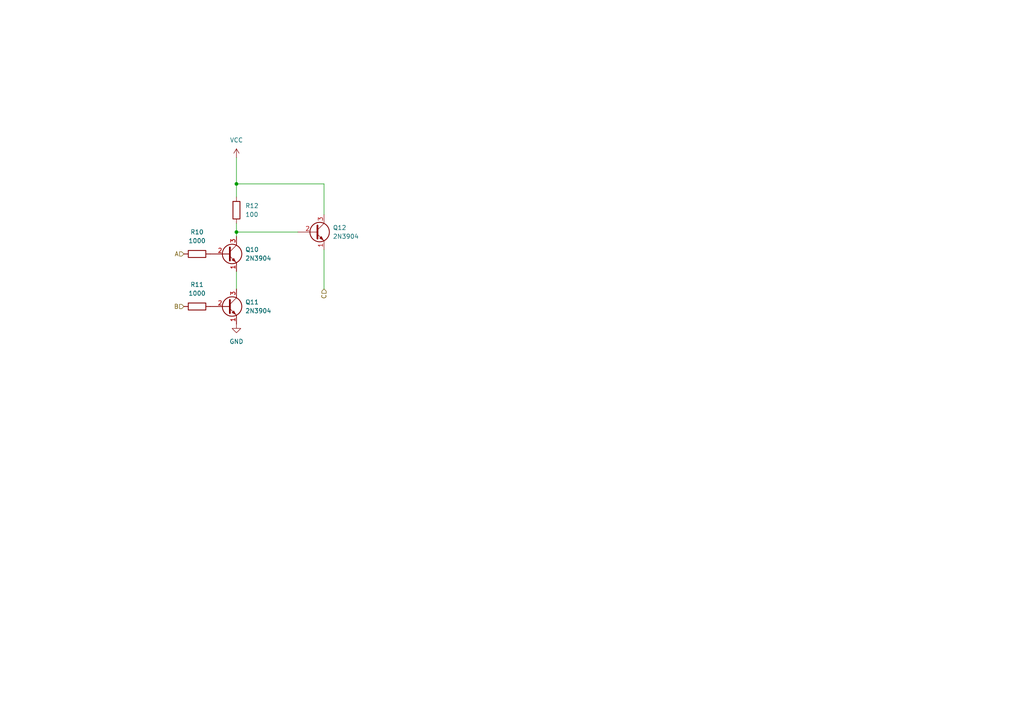
<source format=kicad_sch>
(kicad_sch (version 20230121) (generator eeschema)
  (paper "A4")
  (lib_symbols
    (symbol "Device:R" (pin_numbers hide) (pin_names (offset 0))
      (property "Reference" "R" (at 2.032 0 90))
      (property "Value" "R" (at 0 0 90))
      (symbol "R_0_1"
        (rectangle (start -1.016 -2.54) (end 1.016 2.54) (stroke (width 0.254)))
      )
      (symbol "R_1_1"
        (pin passive line (at 0 3.81 270) (length 1.27) (name "~") (number "1"))
        (pin passive line (at 0 -3.81 90) (length 1.27) (name "~") (number "2"))
      )
    )
    (symbol "Transistor_BJT:2N3904" (pin_names (offset 0) hide)
      (property "Reference" "Q" (at 5.08 1.905 0))
      (property "Value" "2N3904" (at 5.08 0 0))
      (symbol "2N3904_0_1"
        (polyline (pts (xy 0.635 0.635) (xy 2.54 2.54)))
        (polyline (pts (xy 0.635 -0.635) (xy 2.54 -2.54) (xy 2.54 -2.54)))
        (polyline (pts (xy 0.635 1.905) (xy 0.635 -1.905) (xy 0.635 -1.905)) (stroke (width 0.508)))
        (polyline (pts (xy 1.27 -1.778) (xy 1.778 -1.27) (xy 2.286 -2.286) (xy 1.27 -1.778) (xy 1.27 -1.778)) (fill (type outline)))
        (circle (center 1.27 0) (radius 2.8194) (stroke (width 0.254)))
      )
      (symbol "2N3904_1_1"
        (pin passive line (at 2.54 -5.08 90) (length 2.54) (name "E") (number "1"))
        (pin passive line (at -5.08 0 0) (length 5.715) (name "B") (number "2"))
        (pin passive line (at 2.54 5.08 270) (length 2.54) (name "C") (number "3"))
      )
    )
    (symbol "power:GND" (power) (pin_names (offset 0))
      (property "Value" "GND" (at 0 -3.81 0))
      (symbol "GND_0_1"
        (polyline (pts (xy 0 0) (xy 0 -1.27) (xy 1.27 -1.27) (xy 0 -2.54) (xy -1.27 -1.27) (xy 0 -1.27)))
      )
      (symbol "GND_1_1"
        (pin power_in line (at 0 0 270) (length 0) hide (name "GND") (number "1"))
      )
    )
    (symbol "power:VCC" (power) (pin_names (offset 0))
      (property "Value" "VCC" (at 0 3.81 0))
      (symbol "VCC_0_1"
        (polyline (pts (xy -0.762 1.27) (xy 0 2.54)))
        (polyline (pts (xy 0 0) (xy 0 2.54)))
        (polyline (pts (xy 0 2.54) (xy 0.762 1.27)))
      )
      (symbol "VCC_1_1"
        (pin power_in line (at 0 0 90) (length 0) hide (name "VCC") (number "1"))
      )
    )
  )
  (junction (at 68.58 53.34))
  (junction (at 68.58 67.31))
  (wire (pts (xy 68.58 83.82) (xy 68.58 78.74)))
  (wire (pts (xy 68.58 57.15) (xy 68.58 53.34)))
  (wire (pts (xy 93.98 62.23) (xy 93.98 53.34)))
  (wire (pts (xy 68.58 67.31) (xy 68.58 68.58)))
  (wire (pts (xy 86.36 67.31) (xy 68.58 67.31)))
  (wire (pts (xy 68.58 64.77) (xy 68.58 67.31)))
  (wire (pts (xy 93.98 83.82) (xy 93.98 72.39)))
  (wire (pts (xy 93.98 53.34) (xy 68.58 53.34)))
  (wire (pts (xy 68.58 53.34) (xy 68.58 45.72)))
  (hierarchical_label "A" (shape input) (at 53.34 73.66 180))
  (hierarchical_label "C" (shape input) (at 93.98 83.82 270))
  (hierarchical_label "B" (shape input) (at 53.34 88.9 180))
  (symbol (lib_id "Transistor_BJT:2N3904") (at 91.44 67.31 0) (unit 1)
    (property "Reference" "Q3" (at 96.52 66.04 0) (effects (justify left)))
    (property "Value" "2N3904" (at 96.52 68.58 0) (effects (justify left)))
    (property "Footprint" "Package_TO_SOT_THT:TO-92_Inline" (effects hide))
    (property "Datasheet" "https://www.onsemi.com/pub/Collateral/2N3903-D.PDF" (effects hide))
    (instances (project "Sandbox" (path "" (reference "Q12") (unit 1))))
  )
  (symbol (lib_id "Device:R") (at 57.15 88.9 90) (unit 1)
    (property "Reference" "R2" (at 57.15 82.55 90))
    (property "Value" "1000" (at 57.15 85.09 90))
    (property "Footprint" "Resistor_THT:R_Axial_DIN0207_L6.3mm_D2.5mm_P10.16mm_Horizontal" (effects hide))
    (instances (project "Sandbox" (path "" (reference "R11") (unit 1))))
  )
  (symbol (lib_id "Transistor_BJT:2N3904") (at 66.04 73.66 0) (unit 1)
    (property "Reference" "Q1" (at 71.12 72.39 0) (effects (justify left)))
    (property "Value" "2N3904" (at 71.12 74.93 0) (effects (justify left)))
    (property "Footprint" "Package_TO_SOT_THT:TO-92_Inline" (effects hide))
    (property "Datasheet" "https://www.onsemi.com/pub/Collateral/2N3903-D.PDF" (effects hide))
    (instances (project "Sandbox" (path "" (reference "Q10") (unit 1))))
  )
  (symbol (lib_id "power:GND") (at 68.58 93.98 0) (unit 1)
    (property "Reference" "#PWR02" (effects hide))
    (property "Value" "GND" (at 68.58 99.06 0))
    (instances (project "Sandbox" (path "" (reference "#PWR08") (unit 1))))
  )
  (symbol (lib_id "power:VCC") (at 68.58 45.72 0) (unit 1)
    (property "Reference" "#PWR01" (effects hide))
    (property "Value" "VCC" (at 68.58 40.64 0))
    (instances (project "Sandbox" (path "" (reference "#PWR07") (unit 1))))
  )
  (symbol (lib_id "Device:R") (at 57.15 73.66 90) (unit 1)
    (property "Reference" "R1" (at 57.15 67.31 90))
    (property "Value" "1000" (at 57.15 69.85 90))
    (property "Footprint" "Resistor_THT:R_Axial_DIN0207_L6.3mm_D2.5mm_P10.16mm_Horizontal" (effects hide))
    (instances (project "Sandbox" (path "" (reference "R10") (unit 1))))
  )
  (symbol (lib_id "Device:R") (at 68.58 60.96 0) (unit 1)
    (property "Reference" "R3" (at 71.12 59.69 0) (effects (justify left)))
    (property "Value" "100" (at 71.12 62.23 0) (effects (justify left)))
    (property "Footprint" "Resistor_THT:R_Axial_DIN0207_L6.3mm_D2.5mm_P10.16mm_Horizontal" (effects hide))
    (instances (project "Sandbox" (path "" (reference "R12") (unit 1))))
  )
  (symbol (lib_id "Transistor_BJT:2N3904") (at 66.04 88.9 0) (unit 1)
    (property "Reference" "Q2" (at 71.12 87.63 0) (effects (justify left)))
    (property "Value" "2N3904" (at 71.12 90.17 0) (effects (justify left)))
    (property "Footprint" "Package_TO_SOT_THT:TO-92_Inline" (effects hide))
    (property "Datasheet" "https://www.onsemi.com/pub/Collateral/2N3903-D.PDF" (effects hide))
    (instances (project "Sandbox" (path "" (reference "Q11") (unit 1))))
  )
)
</source>
